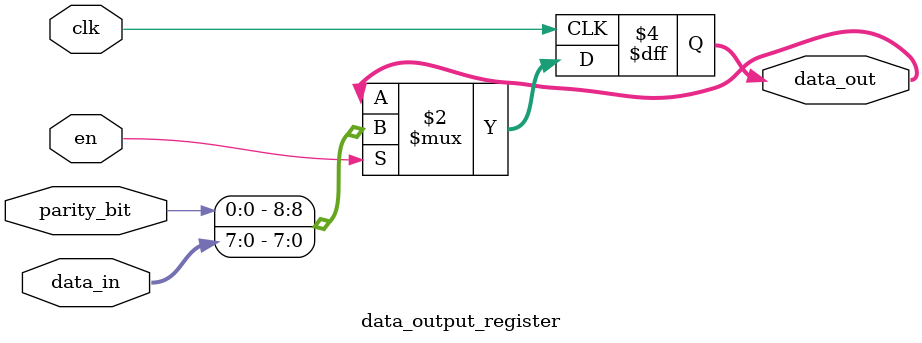
<source format=sv>
module parity_buf #(
    parameter DW = 9
) (
    input wire clk,
    input wire en,
    input wire [DW-2:0] data_in,
    output wire [DW-1:0] data_out
);
    // Internal connections
    wire parity_bit_stage1;
    wire parity_bit_stage2;
    wire [DW-2:0] data_stage1;
    wire [DW-2:0] data_stage2;
    reg en_stage1, en_stage2;
    
    // Pipeline stage control
    always @(posedge clk) begin
        en_stage1 <= en;
        en_stage2 <= en_stage1;
    end
    
    // Multi-stage parity generator instance
    parity_generator #(
        .WIDTH(DW-1)
    ) parity_gen_inst (
        .clk(clk),
        .data(data_in),
        .parity_stage1(parity_bit_stage1),
        .parity_stage2(parity_bit_stage2)
    );
    
    // Data pipeline registers
    pipeline_data_registers #(
        .DW(DW-1)
    ) data_pipeline_inst (
        .clk(clk),
        .data_in(data_in),
        .data_stage1(data_stage1),
        .data_stage2(data_stage2)
    );
    
    // Data output register instance
    data_output_register #(
        .DW(DW)
    ) data_reg_inst (
        .clk(clk),
        .en(en_stage2),
        .data_in(data_stage2),
        .parity_bit(parity_bit_stage2),
        .data_out(data_out)
    );
    
endmodule

// Multi-stage parity generator module
module parity_generator #(
    parameter WIDTH = 8
) (
    input wire clk,
    input wire [WIDTH-1:0] data,
    output reg parity_stage1,
    output reg parity_stage2
);
    // Stage 1: Calculate partial parity for lower half
    wire parity_lower_half;
    wire parity_upper_half;
    
    // Split data in half for parallel processing
    assign parity_lower_half = ^data[WIDTH/2-1:0];
    assign parity_upper_half = ^data[WIDTH-1:WIDTH/2];
    
    // Pipeline stage 1: Register partial results
    always @(posedge clk) begin
        parity_stage1 <= parity_lower_half ^ parity_upper_half;
    end
    
    // Pipeline stage 2: Final parity calculation
    always @(posedge clk) begin
        parity_stage2 <= parity_stage1;
    end
    
endmodule

// Pipeline data registers
module pipeline_data_registers #(
    parameter DW = 8
) (
    input wire clk,
    input wire [DW-1:0] data_in,
    output reg [DW-1:0] data_stage1,
    output reg [DW-1:0] data_stage2
);
    // Pipeline stage 1
    always @(posedge clk) begin
        data_stage1 <= data_in;
    end
    
    // Pipeline stage 2
    always @(posedge clk) begin
        data_stage2 <= data_stage1;
    end
    
endmodule

// Data output register module
module data_output_register #(
    parameter DW = 9
) (
    input wire clk,
    input wire en,
    input wire [DW-2:0] data_in,
    input wire parity_bit,
    output reg [DW-1:0] data_out
);
    // Register the data with parity bit
    always @(posedge clk) begin
        if (en) begin
            data_out <= {parity_bit, data_in};
        end
    end
    
endmodule
</source>
